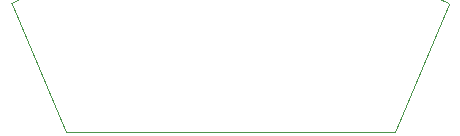
<source format=gbr>
%TF.GenerationSoftware,KiCad,Pcbnew,9.0.5*%
%TF.CreationDate,2025-12-07T22:15:24-05:00*%
%TF.ProjectId,Control_PCB,436f6e74-726f-46c5-9f50-43422e6b6963,rev?*%
%TF.SameCoordinates,Original*%
%TF.FileFunction,Profile,NP*%
%FSLAX46Y46*%
G04 Gerber Fmt 4.6, Leading zero omitted, Abs format (unit mm)*
G04 Created by KiCad (PCBNEW 9.0.5) date 2025-12-07 22:15:24*
%MOMM*%
%LPD*%
G01*
G04 APERTURE LIST*
%TA.AperFunction,Profile*%
%ADD10C,0.100000*%
%TD*%
G04 APERTURE END LIST*
D10*
X136047870Y-74500002D02*
X163952131Y-74500000D01*
X163952130Y-74500000D02*
X168518935Y-63615255D01*
X131481065Y-63615255D02*
G75*
G02*
X168518935Y-63615255I18518935J-36384742D01*
G01*
X131481065Y-63615255D02*
X136047870Y-74500000D01*
M02*

</source>
